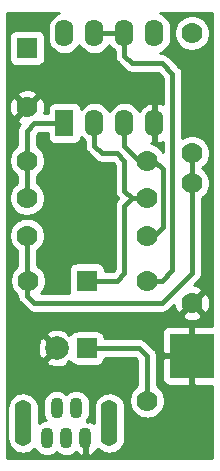
<source format=gbl>
G04 #@! TF.FileFunction,Copper,L2,Bot,Signal*
%FSLAX46Y46*%
G04 Gerber Fmt 4.6, Leading zero omitted, Abs format (unit mm)*
G04 Created by KiCad (PCBNEW 4.0.0-rc1-stable) date mar 10 nov 2015 21:40:48 CET*
%MOMM*%
G01*
G04 APERTURE LIST*
%ADD10C,0.100000*%
%ADD11R,1.778000X1.778000*%
%ADD12C,1.778000*%
%ADD13R,1.699260X1.699260*%
%ADD14C,1.998980*%
%ADD15R,1.574800X2.286000*%
%ADD16O,1.574800X2.286000*%
%ADD17O,1.092200X1.778000*%
%ADD18O,1.397000X3.911600*%
%ADD19R,3.810000X3.810000*%
%ADD20C,0.381000*%
%ADD21C,0.635000*%
%ADD22C,0.254000*%
G04 APERTURE END LIST*
D10*
D11*
X133985000Y-85090000D03*
D12*
X133985000Y-90090000D03*
D11*
X139065000Y-104775000D03*
D12*
X134065000Y-104775000D03*
D13*
X139066340Y-110490000D03*
D14*
X136526340Y-110490000D03*
D15*
X137160000Y-91440000D03*
D16*
X139700000Y-91440000D03*
X142240000Y-91440000D03*
X144780000Y-91440000D03*
X144780000Y-83820000D03*
X142240000Y-83820000D03*
X139700000Y-83820000D03*
X137160000Y-83820000D03*
D12*
X147955000Y-83820000D03*
X147955000Y-93980000D03*
X144145000Y-100965000D03*
X133985000Y-100965000D03*
X133985000Y-94615000D03*
X144145000Y-94615000D03*
X133985000Y-97790000D03*
X144145000Y-97790000D03*
X144145000Y-114935000D03*
X144145000Y-104775000D03*
X147955000Y-96520000D03*
X147955000Y-106680000D03*
D17*
X135686800Y-118135400D03*
X136499600Y-115544600D03*
X137312400Y-118110000D03*
X138125200Y-115544600D03*
X138938000Y-118135400D03*
D18*
X140970000Y-116840000D03*
X133654800Y-116840000D03*
D19*
X147955000Y-111125000D03*
D20*
X144780000Y-94615000D02*
X144145000Y-94615000D01*
X145478501Y-95313501D02*
X144780000Y-94615000D01*
X142240000Y-91440000D02*
X142240000Y-93345000D01*
X142240000Y-93345000D02*
X143510000Y-94615000D01*
X143510000Y-94615000D02*
X144145000Y-94615000D01*
X145478501Y-100266499D02*
X145478501Y-95313501D01*
X144145000Y-100965000D02*
X144780000Y-100965000D01*
X144780000Y-100965000D02*
X145478501Y-100266499D01*
X142240000Y-104140000D02*
X142240000Y-98425000D01*
X142240000Y-98425000D02*
X142875000Y-97790000D01*
X139700000Y-91440000D02*
X139700000Y-93345000D01*
X139700000Y-93345000D02*
X140335000Y-93980000D01*
X141605000Y-93980000D02*
X142240000Y-94615000D01*
X140335000Y-93980000D02*
X141605000Y-93980000D01*
X142240000Y-94615000D02*
X142240000Y-97155000D01*
X142240000Y-97155000D02*
X142875000Y-97790000D01*
X142875000Y-97790000D02*
X144145000Y-97790000D01*
X141605000Y-104775000D02*
X142240000Y-104140000D01*
X139065000Y-104775000D02*
X141605000Y-104775000D01*
X147955000Y-96520000D02*
X147955000Y-104140000D01*
X147955000Y-104140000D02*
X145415000Y-106680000D01*
X145415000Y-106680000D02*
X134620000Y-106680000D01*
X134620000Y-106680000D02*
X133985000Y-106045000D01*
X133985000Y-106045000D02*
X133985000Y-104855000D01*
X133985000Y-104855000D02*
X134065000Y-104775000D01*
X147955000Y-93980000D02*
X147955000Y-96520000D01*
X133985000Y-100965000D02*
X133985000Y-104695000D01*
X133985000Y-104695000D02*
X134065000Y-104775000D01*
D21*
X134065000Y-101045000D02*
X133985000Y-100965000D01*
D20*
X139066340Y-110490000D02*
X143510000Y-110490000D01*
X143510000Y-110490000D02*
X144145000Y-111125000D01*
X144145000Y-111125000D02*
X144145000Y-114935000D01*
X133985000Y-92075000D02*
X134620000Y-91440000D01*
X134620000Y-91440000D02*
X137160000Y-91440000D01*
X133985000Y-94615000D02*
X133985000Y-92075000D01*
X133985000Y-97790000D02*
X133985000Y-94615000D01*
X144145000Y-104775000D02*
X145415000Y-104775000D01*
X146304000Y-103886000D02*
X146304000Y-87249000D01*
X145415000Y-104775000D02*
X146304000Y-103886000D01*
X146304000Y-87249000D02*
X145415000Y-86360000D01*
X145415000Y-86360000D02*
X142875000Y-86360000D01*
X142875000Y-86360000D02*
X142240000Y-85725000D01*
X142240000Y-85725000D02*
X142240000Y-83820000D01*
X139700000Y-83820000D02*
X142240000Y-83820000D01*
D22*
X132270500Y-82105500D02*
X136734089Y-82105500D01*
X145205088Y-82105500D02*
X149669500Y-82105500D01*
X132270500Y-82308700D02*
X136327520Y-82308700D01*
X145614230Y-82308700D02*
X147744018Y-82308700D01*
X148171997Y-82308700D02*
X149669500Y-82308700D01*
X132270500Y-82511900D02*
X136104075Y-82511900D01*
X145836903Y-82511900D02*
X147170627Y-82511900D01*
X148741136Y-82511900D02*
X149669500Y-82511900D01*
X132270500Y-82715100D02*
X135951773Y-82715100D01*
X145989444Y-82715100D02*
X146905003Y-82715100D01*
X149005657Y-82715100D02*
X149669500Y-82715100D01*
X132270500Y-82918300D02*
X135845375Y-82918300D01*
X146096445Y-82918300D02*
X146725309Y-82918300D01*
X149185696Y-82918300D02*
X149669500Y-82918300D01*
X132270500Y-83121500D02*
X135780916Y-83121500D01*
X146157795Y-83121500D02*
X146596227Y-83121500D01*
X149315547Y-83121500D02*
X149669500Y-83121500D01*
X132270500Y-83324700D02*
X135750217Y-83324700D01*
X146189547Y-83324700D02*
X146509136Y-83324700D01*
X149399300Y-83324700D02*
X149669500Y-83324700D01*
X132270500Y-83527900D02*
X135737600Y-83527900D01*
X146202400Y-83527900D02*
X146458975Y-83527900D01*
X149450817Y-83527900D02*
X149669500Y-83527900D01*
X132270500Y-83731100D02*
X132666453Y-83731100D01*
X135296555Y-83731100D02*
X135737600Y-83731100D01*
X146202400Y-83731100D02*
X146432028Y-83731100D01*
X149478219Y-83731100D02*
X149669500Y-83731100D01*
X132270500Y-83934300D02*
X132523281Y-83934300D01*
X135452732Y-83934300D02*
X135737600Y-83934300D01*
X146202400Y-83934300D02*
X146429191Y-83934300D01*
X149475382Y-83934300D02*
X149669500Y-83934300D01*
X132270500Y-84137500D02*
X132466953Y-84137500D01*
X135507009Y-84137500D02*
X135737600Y-84137500D01*
X146202400Y-84137500D02*
X146463750Y-84137500D01*
X149445770Y-84137500D02*
X149669500Y-84137500D01*
X132270500Y-84340700D02*
X132457928Y-84340700D01*
X135512072Y-84340700D02*
X135752944Y-84340700D01*
X146186934Y-84340700D02*
X146521985Y-84340700D01*
X149391466Y-84340700D02*
X149669500Y-84340700D01*
X132270500Y-84543900D02*
X132457928Y-84543900D01*
X135512072Y-84543900D02*
X135789874Y-84543900D01*
X146151026Y-84543900D02*
X146608381Y-84543900D01*
X149300996Y-84543900D02*
X149669500Y-84543900D01*
X132270500Y-84747100D02*
X132457928Y-84747100D01*
X135512072Y-84747100D02*
X135856018Y-84747100D01*
X146085973Y-84747100D02*
X146739334Y-84747100D01*
X149166113Y-84747100D02*
X149669500Y-84747100D01*
X132270500Y-84950300D02*
X132457928Y-84950300D01*
X135512072Y-84950300D02*
X135964062Y-84950300D01*
X138354263Y-84950300D02*
X138504062Y-84950300D01*
X140894263Y-84950300D02*
X141044062Y-84950300D01*
X145974263Y-84950300D02*
X146927817Y-84950300D01*
X148978076Y-84950300D02*
X149669500Y-84950300D01*
X132270500Y-85153500D02*
X132457928Y-85153500D01*
X135512072Y-85153500D02*
X136123813Y-85153500D01*
X138194612Y-85153500D02*
X138663813Y-85153500D01*
X140734612Y-85153500D02*
X141203813Y-85153500D01*
X145814612Y-85153500D02*
X147203199Y-85153500D01*
X148698065Y-85153500D02*
X149669500Y-85153500D01*
X132270500Y-85356700D02*
X132457928Y-85356700D01*
X135512072Y-85356700D02*
X136356473Y-85356700D01*
X137960889Y-85356700D02*
X138896473Y-85356700D01*
X140500889Y-85356700D02*
X141414500Y-85356700D01*
X145580889Y-85356700D02*
X149669500Y-85356700D01*
X132270500Y-85559900D02*
X132457928Y-85559900D01*
X135512072Y-85559900D02*
X136816966Y-85559900D01*
X137499608Y-85559900D02*
X139356966Y-85559900D01*
X140039608Y-85559900D02*
X141414500Y-85559900D01*
X145609836Y-85559900D02*
X149669500Y-85559900D01*
X132270500Y-85763100D02*
X132457928Y-85763100D01*
X135512072Y-85763100D02*
X141418235Y-85763100D01*
X145982668Y-85763100D02*
X149669500Y-85763100D01*
X132270500Y-85966300D02*
X132457928Y-85966300D01*
X135512072Y-85966300D02*
X141454574Y-85966300D01*
X146188734Y-85966300D02*
X149669500Y-85966300D01*
X132270500Y-86169500D02*
X132493670Y-86169500D01*
X135481068Y-86169500D02*
X141545033Y-86169500D01*
X146391934Y-86169500D02*
X149669500Y-86169500D01*
X132270500Y-86372700D02*
X132598883Y-86372700D01*
X135368492Y-86372700D02*
X141720266Y-86372700D01*
X146595134Y-86372700D02*
X149669500Y-86372700D01*
X132270500Y-86575900D02*
X132882941Y-86575900D01*
X135082031Y-86575900D02*
X141923466Y-86575900D01*
X146798334Y-86575900D02*
X149669500Y-86575900D01*
X132270500Y-86779100D02*
X142126666Y-86779100D01*
X146980913Y-86779100D02*
X149669500Y-86779100D01*
X132270500Y-86982300D02*
X142338255Y-86982300D01*
X147082047Y-86982300D02*
X149669500Y-86982300D01*
X132270500Y-87185500D02*
X145073066Y-87185500D01*
X147123274Y-87185500D02*
X149669500Y-87185500D01*
X132270500Y-87388700D02*
X145276266Y-87388700D01*
X147129500Y-87388700D02*
X149669500Y-87388700D01*
X132270500Y-87591900D02*
X145478500Y-87591900D01*
X147129500Y-87591900D02*
X149669500Y-87591900D01*
X132270500Y-87795100D02*
X145478500Y-87795100D01*
X147129500Y-87795100D02*
X149669500Y-87795100D01*
X132270500Y-87998300D02*
X145478500Y-87998300D01*
X147129500Y-87998300D02*
X149669500Y-87998300D01*
X132270500Y-88201500D02*
X145478500Y-88201500D01*
X147129500Y-88201500D02*
X149669500Y-88201500D01*
X132270500Y-88404700D02*
X145478500Y-88404700D01*
X147129500Y-88404700D02*
X149669500Y-88404700D01*
X132270500Y-88607900D02*
X133605642Y-88607900D01*
X134340663Y-88607900D02*
X145478500Y-88607900D01*
X147129500Y-88607900D02*
X149669500Y-88607900D01*
X132270500Y-88811100D02*
X133180838Y-88811100D01*
X134789163Y-88811100D02*
X145478500Y-88811100D01*
X147129500Y-88811100D02*
X149669500Y-88811100D01*
X132270500Y-89014300D02*
X133114710Y-89014300D01*
X134855291Y-89014300D02*
X145478500Y-89014300D01*
X147129500Y-89014300D02*
X149669500Y-89014300D01*
X132270500Y-89217500D02*
X132916091Y-89217500D01*
X132932895Y-89217500D02*
X133292105Y-89217500D01*
X134677895Y-89217500D02*
X135037105Y-89217500D01*
X135053910Y-89217500D02*
X145478500Y-89217500D01*
X147129500Y-89217500D02*
X149669500Y-89217500D01*
X132270500Y-89420700D02*
X132615787Y-89420700D01*
X133136095Y-89420700D02*
X133495305Y-89420700D01*
X134474695Y-89420700D02*
X134833905Y-89420700D01*
X135361089Y-89420700D02*
X145478500Y-89420700D01*
X147129500Y-89420700D02*
X149669500Y-89420700D01*
X132270500Y-89623900D02*
X132531190Y-89623900D01*
X133339295Y-89623900D02*
X133698505Y-89623900D01*
X134271495Y-89623900D02*
X134630705Y-89623900D01*
X135436584Y-89623900D02*
X145478500Y-89623900D01*
X147129500Y-89623900D02*
X149669500Y-89623900D01*
X132270500Y-89827100D02*
X132479139Y-89827100D01*
X133542495Y-89827100D02*
X133901705Y-89827100D01*
X134068295Y-89827100D02*
X134427505Y-89827100D01*
X135486914Y-89827100D02*
X135943053Y-89827100D01*
X138369955Y-89827100D02*
X139033015Y-89827100D01*
X140366907Y-89827100D02*
X141573015Y-89827100D01*
X142906907Y-89827100D02*
X144104906Y-89827100D01*
X144652914Y-89827100D02*
X144907087Y-89827100D01*
X145455095Y-89827100D02*
X145478500Y-89827100D01*
X147129500Y-89827100D02*
X149669500Y-89827100D01*
X132270500Y-90030300D02*
X132461993Y-90030300D01*
X133745695Y-90030300D02*
X134224305Y-90030300D01*
X135514511Y-90030300D02*
X135799881Y-90030300D01*
X138526132Y-90030300D02*
X138741155Y-90030300D01*
X140657043Y-90030300D02*
X141281155Y-90030300D01*
X143197043Y-90030300D02*
X143823273Y-90030300D01*
X144653000Y-90030300D02*
X144907000Y-90030300D01*
X147129500Y-90030300D02*
X149669500Y-90030300D01*
X132270500Y-90233500D02*
X132466024Y-90233500D01*
X133661895Y-90233500D02*
X134049391Y-90233500D01*
X135503442Y-90233500D02*
X135743553Y-90233500D01*
X140839766Y-90233500D02*
X141098823Y-90233500D01*
X143379766Y-90233500D02*
X143638437Y-90233500D01*
X144653000Y-90233500D02*
X144907000Y-90233500D01*
X147129500Y-90233500D02*
X149669500Y-90233500D01*
X132270500Y-90436700D02*
X132495060Y-90436700D01*
X133458695Y-90436700D02*
X133817905Y-90436700D01*
X135469395Y-90436700D02*
X135734528Y-90436700D01*
X140963465Y-90436700D02*
X140975917Y-90436700D01*
X143503465Y-90436700D02*
X143508840Y-90436700D01*
X144653000Y-90436700D02*
X144907000Y-90436700D01*
X147129500Y-90436700D02*
X149669500Y-90436700D01*
X132270500Y-90639900D02*
X132562897Y-90639900D01*
X133255495Y-90639900D02*
X133614705Y-90639900D01*
X144653000Y-90639900D02*
X144907000Y-90639900D01*
X147129500Y-90639900D02*
X149669500Y-90639900D01*
X132270500Y-90843100D02*
X132653703Y-90843100D01*
X133052295Y-90843100D02*
X133411505Y-90843100D01*
X144653000Y-90843100D02*
X144907000Y-90843100D01*
X147129500Y-90843100D02*
X149669500Y-90843100D01*
X132270500Y-91046300D02*
X133208305Y-91046300D01*
X144653000Y-91046300D02*
X144907000Y-91046300D01*
X147129500Y-91046300D02*
X149669500Y-91046300D01*
X132270500Y-91249500D02*
X133141980Y-91249500D01*
X144653000Y-91249500D02*
X144907000Y-91249500D01*
X147129500Y-91249500D02*
X149669500Y-91249500D01*
X132270500Y-91452700D02*
X133302115Y-91452700D01*
X144633000Y-91452700D02*
X144927000Y-91452700D01*
X147129500Y-91452700D02*
X149669500Y-91452700D01*
X132270500Y-91655900D02*
X133277510Y-91655900D01*
X144653000Y-91655900D02*
X144907000Y-91655900D01*
X147129500Y-91655900D02*
X149669500Y-91655900D01*
X132270500Y-91859100D02*
X133191583Y-91859100D01*
X144653000Y-91859100D02*
X144907000Y-91859100D01*
X147129500Y-91859100D02*
X149669500Y-91859100D01*
X132270500Y-92062300D02*
X133159712Y-92062300D01*
X144653000Y-92062300D02*
X144907000Y-92062300D01*
X147129500Y-92062300D02*
X149669500Y-92062300D01*
X132270500Y-92265500D02*
X133159500Y-92265500D01*
X134961933Y-92265500D02*
X135734528Y-92265500D01*
X144653000Y-92265500D02*
X144907000Y-92265500D01*
X147129500Y-92265500D02*
X149669500Y-92265500D01*
X132270500Y-92468700D02*
X133159500Y-92468700D01*
X134810500Y-92468700D02*
X135734528Y-92468700D01*
X144653000Y-92468700D02*
X144907000Y-92468700D01*
X147129500Y-92468700D02*
X147744018Y-92468700D01*
X148171997Y-92468700D02*
X149669500Y-92468700D01*
X132270500Y-92671900D02*
X133159500Y-92671900D01*
X134810500Y-92671900D02*
X135741617Y-92671900D01*
X138572838Y-92671900D02*
X138580949Y-92671900D01*
X144653000Y-92671900D02*
X144907000Y-92671900D01*
X147129500Y-92671900D02*
X147170627Y-92671900D01*
X148741136Y-92671900D02*
X149669500Y-92671900D01*
X132270500Y-92875100D02*
X133159500Y-92875100D01*
X134810500Y-92875100D02*
X135808533Y-92875100D01*
X138508670Y-92875100D02*
X138773660Y-92875100D01*
X144653000Y-92875100D02*
X144907000Y-92875100D01*
X149005657Y-92875100D02*
X149669500Y-92875100D01*
X132270500Y-93078300D02*
X133159500Y-93078300D01*
X134810500Y-93078300D02*
X135979847Y-93078300D01*
X138343857Y-93078300D02*
X138874500Y-93078300D01*
X144607157Y-93078300D02*
X144952842Y-93078300D01*
X145395321Y-93078300D02*
X145478500Y-93078300D01*
X149185696Y-93078300D02*
X149669500Y-93078300D01*
X132270500Y-93281500D02*
X133159500Y-93281500D01*
X134810500Y-93281500D02*
X138874500Y-93281500D01*
X144893479Y-93281500D02*
X145478500Y-93281500D01*
X149315547Y-93281500D02*
X149669500Y-93281500D01*
X132270500Y-93484700D02*
X132960941Y-93484700D01*
X135010434Y-93484700D02*
X138887523Y-93484700D01*
X145170434Y-93484700D02*
X145478500Y-93484700D01*
X149399300Y-93484700D02*
X149669500Y-93484700D01*
X132270500Y-93687900D02*
X132772701Y-93687900D01*
X135198820Y-93687900D02*
X138951848Y-93687900D01*
X145358820Y-93687900D02*
X145478500Y-93687900D01*
X149450817Y-93687900D02*
X149669500Y-93687900D01*
X132270500Y-93891100D02*
X132637114Y-93891100D01*
X135333826Y-93891100D02*
X139084712Y-93891100D01*
X149478219Y-93891100D02*
X149669500Y-93891100D01*
X132270500Y-94094300D02*
X132550022Y-94094300D01*
X135418831Y-94094300D02*
X139281866Y-94094300D01*
X149475382Y-94094300D02*
X149669500Y-94094300D01*
X132270500Y-94297500D02*
X132494374Y-94297500D01*
X135475788Y-94297500D02*
X139485066Y-94297500D01*
X149445770Y-94297500D02*
X149669500Y-94297500D01*
X132270500Y-94500700D02*
X132462383Y-94500700D01*
X135508574Y-94500700D02*
X139688266Y-94500700D01*
X149391466Y-94500700D02*
X149669500Y-94500700D01*
X132270500Y-94703900D02*
X132459545Y-94703900D01*
X135505737Y-94703900D02*
X139946416Y-94703900D01*
X149300996Y-94703900D02*
X149669500Y-94703900D01*
X132270500Y-94907100D02*
X132489088Y-94907100D01*
X135481541Y-94907100D02*
X141364666Y-94907100D01*
X149166113Y-94907100D02*
X149669500Y-94907100D01*
X132270500Y-95110300D02*
X132541929Y-95110300D01*
X135432775Y-95110300D02*
X141414500Y-95110300D01*
X148978076Y-95110300D02*
X149669500Y-95110300D01*
X132270500Y-95313500D02*
X132622381Y-95313500D01*
X135342305Y-95313500D02*
X141414500Y-95313500D01*
X148891764Y-95313500D02*
X149669500Y-95313500D01*
X132270500Y-95516700D02*
X132752965Y-95516700D01*
X135214031Y-95516700D02*
X141414500Y-95516700D01*
X149106550Y-95516700D02*
X149669500Y-95516700D01*
X132270500Y-95719900D02*
X132933289Y-95719900D01*
X135034749Y-95719900D02*
X141414500Y-95719900D01*
X149253199Y-95719900D02*
X149669500Y-95719900D01*
X132270500Y-95923100D02*
X133159500Y-95923100D01*
X134810500Y-95923100D02*
X141414500Y-95923100D01*
X149357423Y-95923100D02*
X149669500Y-95923100D01*
X132270500Y-96126300D02*
X133159500Y-96126300D01*
X134810500Y-96126300D02*
X141414500Y-96126300D01*
X149430700Y-96126300D02*
X149669500Y-96126300D01*
X132270500Y-96329500D02*
X133159500Y-96329500D01*
X134810500Y-96329500D02*
X141414500Y-96329500D01*
X149470935Y-96329500D02*
X149669500Y-96329500D01*
X132270500Y-96532700D02*
X133122996Y-96532700D01*
X134846451Y-96532700D02*
X141414500Y-96532700D01*
X149476801Y-96532700D02*
X149669500Y-96532700D01*
X132270500Y-96735900D02*
X132883128Y-96735900D01*
X135086104Y-96735900D02*
X141414500Y-96735900D01*
X149468853Y-96735900D02*
X149669500Y-96735900D01*
X132270500Y-96939100D02*
X132720526Y-96939100D01*
X135249447Y-96939100D02*
X141414500Y-96939100D01*
X149422687Y-96939100D02*
X149669500Y-96939100D01*
X132270500Y-97142300D02*
X132604454Y-97142300D01*
X135366485Y-97142300D02*
X141414500Y-97142300D01*
X149346231Y-97142300D02*
X149669500Y-97142300D01*
X132270500Y-97345500D02*
X132521368Y-97345500D01*
X135450238Y-97345500D02*
X141439327Y-97345500D01*
X149237784Y-97345500D02*
X149669500Y-97345500D01*
X132270500Y-97548700D02*
X132478177Y-97548700D01*
X135490876Y-97548700D02*
X141518701Y-97548700D01*
X149084767Y-97548700D02*
X149669500Y-97548700D01*
X132270500Y-97751900D02*
X132461319Y-97751900D01*
X135507510Y-97751900D02*
X141669466Y-97751900D01*
X148858160Y-97751900D02*
X149669500Y-97751900D01*
X132270500Y-97955100D02*
X132465780Y-97955100D01*
X135504673Y-97955100D02*
X141561823Y-97955100D01*
X148780500Y-97955100D02*
X149669500Y-97955100D01*
X132270500Y-98158300D02*
X132503074Y-98158300D01*
X135464228Y-98158300D02*
X141462440Y-98158300D01*
X148780500Y-98158300D02*
X149669500Y-98158300D01*
X132270500Y-98361500D02*
X132572099Y-98361500D01*
X135398849Y-98361500D02*
X141420411Y-98361500D01*
X148780500Y-98361500D02*
X149669500Y-98361500D01*
X132270500Y-98564700D02*
X132671119Y-98564700D01*
X135303619Y-98564700D02*
X141414500Y-98564700D01*
X148780500Y-98564700D02*
X149669500Y-98564700D01*
X132270500Y-98767900D02*
X132810646Y-98767900D01*
X135160277Y-98767900D02*
X141414500Y-98767900D01*
X148780500Y-98767900D02*
X149669500Y-98767900D01*
X132270500Y-98971100D02*
X133013924Y-98971100D01*
X134954731Y-98971100D02*
X141414500Y-98971100D01*
X148780500Y-98971100D02*
X149669500Y-98971100D01*
X132270500Y-99174300D02*
X133346695Y-99174300D01*
X134630558Y-99174300D02*
X141414500Y-99174300D01*
X148780500Y-99174300D02*
X149669500Y-99174300D01*
X132270500Y-99377500D02*
X141414500Y-99377500D01*
X148780500Y-99377500D02*
X149669500Y-99377500D01*
X132270500Y-99580700D02*
X133342821Y-99580700D01*
X134624795Y-99580700D02*
X141414500Y-99580700D01*
X148780500Y-99580700D02*
X149669500Y-99580700D01*
X132270500Y-99783900D02*
X133012816Y-99783900D01*
X134959422Y-99783900D02*
X141414500Y-99783900D01*
X148780500Y-99783900D02*
X149669500Y-99783900D01*
X132270500Y-99987100D02*
X132807484Y-99987100D01*
X135161773Y-99987100D02*
X141414500Y-99987100D01*
X148780500Y-99987100D02*
X149669500Y-99987100D01*
X132270500Y-100190300D02*
X132668351Y-100190300D01*
X135300075Y-100190300D02*
X141414500Y-100190300D01*
X148780500Y-100190300D02*
X149669500Y-100190300D01*
X132270500Y-100393500D02*
X132571795Y-100393500D01*
X135397892Y-100393500D02*
X141414500Y-100393500D01*
X148780500Y-100393500D02*
X149669500Y-100393500D01*
X132270500Y-100596700D02*
X132505172Y-100596700D01*
X135465729Y-100596700D02*
X141414500Y-100596700D01*
X148780500Y-100596700D02*
X149669500Y-100596700D01*
X132270500Y-100799900D02*
X132463092Y-100799900D01*
X135505964Y-100799900D02*
X141414500Y-100799900D01*
X148780500Y-100799900D02*
X149669500Y-100799900D01*
X132270500Y-101003100D02*
X132460255Y-101003100D01*
X135506446Y-101003100D02*
X141414500Y-101003100D01*
X148780500Y-101003100D02*
X149669500Y-101003100D01*
X132270500Y-101206300D02*
X132479765Y-101206300D01*
X135493082Y-101206300D02*
X141414500Y-101206300D01*
X148780500Y-101206300D02*
X149669500Y-101206300D01*
X132270500Y-101409500D02*
X132521816Y-101409500D01*
X135446916Y-101409500D02*
X141414500Y-101409500D01*
X148780500Y-101409500D02*
X149669500Y-101409500D01*
X132270500Y-101612700D02*
X132602268Y-101612700D01*
X135364922Y-101612700D02*
X141414500Y-101612700D01*
X148780500Y-101612700D02*
X149669500Y-101612700D01*
X132270500Y-101815900D02*
X132720226Y-101815900D01*
X135249866Y-101815900D02*
X141414500Y-101815900D01*
X148780500Y-101815900D02*
X149669500Y-101815900D01*
X132270500Y-102019100D02*
X132884231Y-102019100D01*
X135088094Y-102019100D02*
X141414500Y-102019100D01*
X148780500Y-102019100D02*
X149669500Y-102019100D01*
X132270500Y-102222300D02*
X133123561Y-102222300D01*
X134848136Y-102222300D02*
X141414500Y-102222300D01*
X148780500Y-102222300D02*
X149669500Y-102222300D01*
X132270500Y-102425500D02*
X133159500Y-102425500D01*
X134810500Y-102425500D02*
X141414500Y-102425500D01*
X148780500Y-102425500D02*
X149669500Y-102425500D01*
X132270500Y-102628700D02*
X133159500Y-102628700D01*
X134810500Y-102628700D02*
X141414500Y-102628700D01*
X148780500Y-102628700D02*
X149669500Y-102628700D01*
X132270500Y-102831900D02*
X133159500Y-102831900D01*
X134810500Y-102831900D02*
X141414500Y-102831900D01*
X148780500Y-102831900D02*
X149669500Y-102831900D01*
X132270500Y-103035100D02*
X133159500Y-103035100D01*
X134810500Y-103035100D02*
X141414500Y-103035100D01*
X148780500Y-103035100D02*
X149669500Y-103035100D01*
X132270500Y-103238300D02*
X133159500Y-103238300D01*
X134810500Y-103238300D02*
X141414500Y-103238300D01*
X148780500Y-103238300D02*
X149669500Y-103238300D01*
X132270500Y-103441500D02*
X133159500Y-103441500D01*
X134813479Y-103441500D02*
X137724804Y-103441500D01*
X140406357Y-103441500D02*
X141414500Y-103441500D01*
X148780500Y-103441500D02*
X149669500Y-103441500D01*
X132270500Y-103644700D02*
X133040941Y-103644700D01*
X135090434Y-103644700D02*
X137591831Y-103644700D01*
X140540598Y-103644700D02*
X141414500Y-103644700D01*
X148780500Y-103644700D02*
X149669500Y-103644700D01*
X132270500Y-103847900D02*
X132852701Y-103847900D01*
X135278820Y-103847900D02*
X137543343Y-103847900D01*
X140589034Y-103847900D02*
X141364667Y-103847900D01*
X148780500Y-103847900D02*
X149669500Y-103847900D01*
X132270500Y-104051100D02*
X132717114Y-104051100D01*
X135413826Y-104051100D02*
X137537928Y-104051100D01*
X148780500Y-104051100D02*
X149669500Y-104051100D01*
X132270500Y-104254300D02*
X132630022Y-104254300D01*
X135498831Y-104254300D02*
X137537928Y-104254300D01*
X148769176Y-104254300D02*
X149669500Y-104254300D01*
X132270500Y-104457500D02*
X132574374Y-104457500D01*
X135555788Y-104457500D02*
X137537928Y-104457500D01*
X148716968Y-104457500D02*
X149669500Y-104457500D01*
X132270500Y-104660700D02*
X132542383Y-104660700D01*
X135588574Y-104660700D02*
X137537928Y-104660700D01*
X148590551Y-104660700D02*
X149669500Y-104660700D01*
X132270500Y-104863900D02*
X132539545Y-104863900D01*
X135585737Y-104863900D02*
X137537928Y-104863900D01*
X148398533Y-104863900D02*
X149669500Y-104863900D01*
X132270500Y-105067100D02*
X132569088Y-105067100D01*
X135561541Y-105067100D02*
X137537928Y-105067100D01*
X148195333Y-105067100D02*
X149669500Y-105067100D01*
X132270500Y-105270300D02*
X132621929Y-105270300D01*
X135512775Y-105270300D02*
X137537928Y-105270300D01*
X148539867Y-105270300D02*
X149669500Y-105270300D01*
X132270500Y-105473500D02*
X132702381Y-105473500D01*
X135422305Y-105473500D02*
X137537928Y-105473500D01*
X148782724Y-105473500D02*
X149669500Y-105473500D01*
X132270500Y-105676700D02*
X132832965Y-105676700D01*
X135294031Y-105676700D02*
X137538940Y-105676700D01*
X148778695Y-105676700D02*
X149669500Y-105676700D01*
X132270500Y-105879900D02*
X133013289Y-105879900D01*
X148575495Y-105879900D02*
X148934705Y-105879900D01*
X149246384Y-105879900D02*
X149669500Y-105879900D01*
X132270500Y-106083100D02*
X133163235Y-106083100D01*
X148372295Y-106083100D02*
X148731505Y-106083100D01*
X149360568Y-106083100D02*
X149669500Y-106083100D01*
X132270500Y-106286300D02*
X133199574Y-106286300D01*
X148169095Y-106286300D02*
X148528305Y-106286300D01*
X149432055Y-106286300D02*
X149669500Y-106286300D01*
X132270500Y-106489500D02*
X133290033Y-106489500D01*
X147937611Y-106489500D02*
X147944105Y-106489500D01*
X147965895Y-106489500D02*
X148325105Y-106489500D01*
X149467260Y-106489500D02*
X149669500Y-106489500D01*
X132270500Y-106692700D02*
X133465266Y-106692700D01*
X147762695Y-106692700D02*
X148147305Y-106692700D01*
X149480567Y-106692700D02*
X149669500Y-106692700D01*
X132270500Y-106895900D02*
X133668466Y-106895900D01*
X146366534Y-106895900D02*
X146446370Y-106895900D01*
X147559495Y-106895900D02*
X147918705Y-106895900D01*
X147991295Y-106895900D02*
X148350505Y-106895900D01*
X149469498Y-106895900D02*
X149669500Y-106895900D01*
X132270500Y-107099100D02*
X133871666Y-107099100D01*
X146163334Y-107099100D02*
X146486881Y-107099100D01*
X147356295Y-107099100D02*
X147715505Y-107099100D01*
X148194495Y-107099100D02*
X148553705Y-107099100D01*
X149420849Y-107099100D02*
X149669500Y-107099100D01*
X132270500Y-107302300D02*
X134083255Y-107302300D01*
X145952316Y-107302300D02*
X146558368Y-107302300D01*
X147153095Y-107302300D02*
X147512305Y-107302300D01*
X148397695Y-107302300D02*
X148756905Y-107302300D01*
X149346750Y-107302300D02*
X149669500Y-107302300D01*
X132270500Y-107505500D02*
X146741666Y-107505500D01*
X146949895Y-107505500D02*
X147309105Y-107505500D01*
X148600895Y-107505500D02*
X148960105Y-107505500D01*
X149168333Y-107505500D02*
X149669500Y-107505500D01*
X132270500Y-107708700D02*
X147105905Y-107708700D01*
X148804095Y-107708700D02*
X149669500Y-107708700D01*
X132270500Y-107911900D02*
X147135542Y-107911900D01*
X148774457Y-107911900D02*
X149669500Y-107911900D01*
X132270500Y-108115100D02*
X147423105Y-108115100D01*
X148467955Y-108115100D02*
X149669500Y-108115100D01*
X132270500Y-108318300D02*
X149669500Y-108318300D01*
X132270500Y-108521500D02*
X149669500Y-108521500D01*
X132270500Y-108724700D02*
X145648299Y-108724700D01*
X147808950Y-108724700D02*
X148101050Y-108724700D01*
X132270500Y-108927900D02*
X136042417Y-108927900D01*
X137013161Y-108927900D02*
X145483673Y-108927900D01*
X147828000Y-108927900D02*
X148082000Y-108927900D01*
X132270500Y-109131100D02*
X135651937Y-109131100D01*
X137400744Y-109131100D02*
X137841454Y-109131100D01*
X140292332Y-109131100D02*
X145420243Y-109131100D01*
X147828000Y-109131100D02*
X148082000Y-109131100D01*
X132270500Y-109334300D02*
X135578371Y-109334300D01*
X137474309Y-109334300D02*
X137502432Y-109334300D01*
X140470832Y-109334300D02*
X145415000Y-109334300D01*
X147828000Y-109334300D02*
X148082000Y-109334300D01*
X132270500Y-109537500D02*
X135383156Y-109537500D01*
X135394235Y-109537500D02*
X135753445Y-109537500D01*
X140545437Y-109537500D02*
X145415000Y-109537500D01*
X147828000Y-109537500D02*
X148082000Y-109537500D01*
X132270500Y-109740700D02*
X135073218Y-109740700D01*
X135597435Y-109740700D02*
X135956645Y-109740700D01*
X143852382Y-109740700D02*
X145415000Y-109740700D01*
X147828000Y-109740700D02*
X148082000Y-109740700D01*
X132270500Y-109943900D02*
X134979781Y-109943900D01*
X135800635Y-109943900D02*
X136159845Y-109943900D01*
X144131334Y-109943900D02*
X145415000Y-109943900D01*
X147828000Y-109943900D02*
X148082000Y-109943900D01*
X132270500Y-110147100D02*
X134926511Y-110147100D01*
X136003835Y-110147100D02*
X136363045Y-110147100D01*
X144334534Y-110147100D02*
X145415000Y-110147100D01*
X147828000Y-110147100D02*
X148082000Y-110147100D01*
X132270500Y-110350300D02*
X134897298Y-110350300D01*
X136207035Y-110350300D02*
X136594530Y-110350300D01*
X144537734Y-110350300D02*
X145415000Y-110350300D01*
X147828000Y-110350300D02*
X148082000Y-110350300D01*
X132270500Y-110553500D02*
X134885256Y-110553500D01*
X136283235Y-110553500D02*
X136670731Y-110553500D01*
X144740012Y-110553500D02*
X145415000Y-110553500D01*
X147828000Y-110553500D02*
X148082000Y-110553500D01*
X132270500Y-110756700D02*
X134913127Y-110756700D01*
X136080035Y-110756700D02*
X136439245Y-110756700D01*
X144879647Y-110756700D02*
X145415000Y-110756700D01*
X147828000Y-110756700D02*
X148082000Y-110756700D01*
X132270500Y-110959900D02*
X134959395Y-110959900D01*
X135876835Y-110959900D02*
X136236045Y-110959900D01*
X144953341Y-110959900D02*
X145535650Y-110959900D01*
X147828000Y-110959900D02*
X148082000Y-110959900D01*
X132270500Y-111163100D02*
X135029599Y-111163100D01*
X135673635Y-111163100D02*
X136032845Y-111163100D01*
X144970500Y-111163100D02*
X148102000Y-111163100D01*
X132270500Y-111366300D02*
X135172677Y-111366300D01*
X135470435Y-111366300D02*
X135829645Y-111366300D01*
X140550251Y-111366300D02*
X143218866Y-111366300D01*
X144970500Y-111366300D02*
X145459450Y-111366300D01*
X147828000Y-111366300D02*
X148082000Y-111366300D01*
X132270500Y-111569500D02*
X135626445Y-111569500D01*
X140505291Y-111569500D02*
X143319500Y-111569500D01*
X144970500Y-111569500D02*
X145415000Y-111569500D01*
X147828000Y-111569500D02*
X148082000Y-111569500D01*
X132270500Y-111772700D02*
X135624349Y-111772700D01*
X137428330Y-111772700D02*
X137750942Y-111772700D01*
X140376907Y-111772700D02*
X143319500Y-111772700D01*
X144970500Y-111772700D02*
X145415000Y-111772700D01*
X147828000Y-111772700D02*
X148082000Y-111772700D01*
X132270500Y-111975900D02*
X135844421Y-111975900D01*
X137224250Y-111975900D02*
X138204029Y-111975900D01*
X139938566Y-111975900D02*
X143319500Y-111975900D01*
X144970500Y-111975900D02*
X145415000Y-111975900D01*
X147828000Y-111975900D02*
X148082000Y-111975900D01*
X132270500Y-112179100D02*
X143319500Y-112179100D01*
X144970500Y-112179100D02*
X145415000Y-112179100D01*
X147828000Y-112179100D02*
X148082000Y-112179100D01*
X132270500Y-112382300D02*
X143319500Y-112382300D01*
X144970500Y-112382300D02*
X145415000Y-112382300D01*
X147828000Y-112382300D02*
X148082000Y-112382300D01*
X132270500Y-112585500D02*
X143319500Y-112585500D01*
X144970500Y-112585500D02*
X145415000Y-112585500D01*
X147828000Y-112585500D02*
X148082000Y-112585500D01*
X132270500Y-112788700D02*
X143319500Y-112788700D01*
X144970500Y-112788700D02*
X145415000Y-112788700D01*
X147828000Y-112788700D02*
X148082000Y-112788700D01*
X132270500Y-112991900D02*
X143319500Y-112991900D01*
X144970500Y-112991900D02*
X145415000Y-112991900D01*
X147828000Y-112991900D02*
X148082000Y-112991900D01*
X132270500Y-113195100D02*
X143319500Y-113195100D01*
X144970500Y-113195100D02*
X145435400Y-113195100D01*
X147828000Y-113195100D02*
X148082000Y-113195100D01*
X132270500Y-113398300D02*
X143319500Y-113398300D01*
X144970500Y-113398300D02*
X145532381Y-113398300D01*
X147828000Y-113398300D02*
X148082000Y-113398300D01*
X132270500Y-113601500D02*
X143319500Y-113601500D01*
X144970500Y-113601500D02*
X145770387Y-113601500D01*
X147732750Y-113601500D02*
X148177250Y-113601500D01*
X132270500Y-113804700D02*
X143120941Y-113804700D01*
X145170434Y-113804700D02*
X149669500Y-113804700D01*
X132270500Y-114007900D02*
X142932701Y-114007900D01*
X145358820Y-114007900D02*
X149669500Y-114007900D01*
X132270500Y-114211100D02*
X135846560Y-114211100D01*
X137152573Y-114211100D02*
X137472160Y-114211100D01*
X138778173Y-114211100D02*
X142797114Y-114211100D01*
X145493826Y-114211100D02*
X149669500Y-114211100D01*
X132270500Y-114414300D02*
X133001212Y-114414300D01*
X134307379Y-114414300D02*
X135619662Y-114414300D01*
X139005862Y-114414300D02*
X140316412Y-114414300D01*
X141622579Y-114414300D02*
X142710022Y-114414300D01*
X145578831Y-114414300D02*
X149669500Y-114414300D01*
X132270500Y-114617500D02*
X132721728Y-114617500D01*
X134585258Y-114617500D02*
X135475329Y-114617500D01*
X139149791Y-114617500D02*
X140036928Y-114617500D01*
X141900458Y-114617500D02*
X142654374Y-114617500D01*
X145635788Y-114617500D02*
X149669500Y-114617500D01*
X132270500Y-114820700D02*
X132552357Y-114820700D01*
X134756108Y-114820700D02*
X135384934Y-114820700D01*
X139240265Y-114820700D02*
X139867557Y-114820700D01*
X142071308Y-114820700D02*
X142622383Y-114820700D01*
X145668574Y-114820700D02*
X149669500Y-114820700D01*
X132270500Y-115023900D02*
X132440646Y-115023900D01*
X134867421Y-115023900D02*
X135335882Y-115023900D01*
X139289590Y-115023900D02*
X139755846Y-115023900D01*
X142182621Y-115023900D02*
X142619545Y-115023900D01*
X145665737Y-115023900D02*
X149669500Y-115023900D01*
X132270500Y-115227100D02*
X132371318Y-115227100D01*
X134937527Y-115227100D02*
X135318500Y-115227100D01*
X139306300Y-115227100D02*
X139686518Y-115227100D01*
X142252727Y-115227100D02*
X142649088Y-115227100D01*
X145641541Y-115227100D02*
X149669500Y-115227100D01*
X132270500Y-115430300D02*
X132335030Y-115430300D01*
X134974587Y-115430300D02*
X135318500Y-115430300D01*
X139306300Y-115430300D02*
X139650230Y-115430300D01*
X142289787Y-115430300D02*
X142701929Y-115430300D01*
X145592775Y-115430300D02*
X149669500Y-115430300D01*
X132270500Y-115633500D02*
X132321300Y-115633500D01*
X134988300Y-115633500D02*
X135318500Y-115633500D01*
X139306300Y-115633500D02*
X139636500Y-115633500D01*
X142303500Y-115633500D02*
X142782381Y-115633500D01*
X145502305Y-115633500D02*
X149669500Y-115633500D01*
X132270500Y-115836700D02*
X132321300Y-115836700D01*
X134988300Y-115836700D02*
X135318500Y-115836700D01*
X139306300Y-115836700D02*
X139636500Y-115836700D01*
X142303500Y-115836700D02*
X142912965Y-115836700D01*
X145374031Y-115836700D02*
X149669500Y-115836700D01*
X132270500Y-116039900D02*
X132321300Y-116039900D01*
X134988300Y-116039900D02*
X135332720Y-116039900D01*
X139291767Y-116039900D02*
X139636500Y-116039900D01*
X142303500Y-116039900D02*
X143093289Y-116039900D01*
X145194749Y-116039900D02*
X149669500Y-116039900D01*
X132270500Y-116243100D02*
X132321300Y-116243100D01*
X134988300Y-116243100D02*
X135376866Y-116243100D01*
X139247923Y-116243100D02*
X139636500Y-116243100D01*
X142303500Y-116243100D02*
X143356653Y-116243100D01*
X144928088Y-116243100D02*
X149669500Y-116243100D01*
X132270500Y-116446300D02*
X132321300Y-116446300D01*
X134988300Y-116446300D02*
X135461504Y-116446300D01*
X139163434Y-116446300D02*
X139636500Y-116446300D01*
X142303500Y-116446300D02*
X143921371Y-116446300D01*
X144350735Y-116446300D02*
X149669500Y-116446300D01*
X132270500Y-116649500D02*
X132321300Y-116649500D01*
X134988300Y-116649500D02*
X135382060Y-116649500D01*
X139065002Y-116649500D02*
X139636500Y-116649500D01*
X142303500Y-116649500D02*
X149669500Y-116649500D01*
X132270500Y-116852700D02*
X132321300Y-116852700D01*
X142303500Y-116852700D02*
X149669500Y-116852700D01*
X132270500Y-117055900D02*
X132321300Y-117055900D01*
X142303500Y-117055900D02*
X149669500Y-117055900D01*
X132270500Y-117259100D02*
X132321300Y-117259100D01*
X142303500Y-117259100D02*
X149669500Y-117259100D01*
X132270500Y-117462300D02*
X132321300Y-117462300D01*
X142303500Y-117462300D02*
X149669500Y-117462300D01*
X132270500Y-117665500D02*
X132321300Y-117665500D01*
X142303500Y-117665500D02*
X149669500Y-117665500D01*
X132270500Y-117868700D02*
X132321300Y-117868700D01*
X142303500Y-117868700D02*
X149669500Y-117868700D01*
X132270500Y-118071900D02*
X132321300Y-118071900D01*
X138791000Y-118071900D02*
X139085000Y-118071900D01*
X142303500Y-118071900D02*
X149669500Y-118071900D01*
X132270500Y-118275100D02*
X132337504Y-118275100D01*
X138811000Y-118275100D02*
X139065000Y-118275100D01*
X142286921Y-118275100D02*
X149669500Y-118275100D01*
X132270500Y-118478300D02*
X132379741Y-118478300D01*
X138811000Y-118478300D02*
X139065000Y-118478300D01*
X142245425Y-118478300D02*
X149669500Y-118478300D01*
X132270500Y-118681500D02*
X132455685Y-118681500D01*
X138811000Y-118681500D02*
X139065000Y-118681500D01*
X142170190Y-118681500D02*
X149669500Y-118681500D01*
X132270500Y-118884700D02*
X132574207Y-118884700D01*
X138811000Y-118884700D02*
X139065000Y-118884700D01*
X142052264Y-118884700D02*
X149669500Y-118884700D01*
X132270500Y-119087900D02*
X132755045Y-119087900D01*
X134556315Y-119087900D02*
X134675715Y-119087900D01*
X138811000Y-119087900D02*
X139065000Y-119087900D01*
X139953154Y-119087900D02*
X140070245Y-119087900D01*
X141871515Y-119087900D02*
X149669500Y-119087900D01*
X132270500Y-119291100D02*
X133049197Y-119291100D01*
X134259803Y-119291100D02*
X134826854Y-119291100D01*
X138811000Y-119291100D02*
X139065000Y-119291100D01*
X139797550Y-119291100D02*
X140364397Y-119291100D01*
X141575003Y-119291100D02*
X149669500Y-119291100D01*
X132270500Y-119494300D02*
X135080803Y-119494300D01*
X136294650Y-119494300D02*
X136753379Y-119494300D01*
X137871665Y-119494300D02*
X138331553Y-119494300D01*
X138808722Y-119494300D02*
X139067277Y-119494300D01*
X139544446Y-119494300D02*
X149669500Y-119494300D01*
X132270500Y-119697500D02*
X149669500Y-119697500D01*
X136627160Y-82136971D02*
X136381146Y-82265583D01*
X136164799Y-82439531D01*
X135986359Y-82652188D01*
X135852622Y-82895454D01*
X135768683Y-83160063D01*
X135737739Y-83435937D01*
X135737600Y-83455797D01*
X135737600Y-84184203D01*
X135764689Y-84460482D01*
X135844926Y-84726238D01*
X135975253Y-84971347D01*
X136150707Y-85186475D01*
X136364604Y-85363426D01*
X136608798Y-85495461D01*
X136873987Y-85577551D01*
X137150070Y-85606568D01*
X137426531Y-85581408D01*
X137692840Y-85503029D01*
X137938854Y-85374417D01*
X138155201Y-85200469D01*
X138333641Y-84987812D01*
X138430413Y-84811786D01*
X138515253Y-84971347D01*
X138690707Y-85186475D01*
X138904604Y-85363426D01*
X139148798Y-85495461D01*
X139413987Y-85577551D01*
X139690070Y-85606568D01*
X139966531Y-85581408D01*
X140232840Y-85503029D01*
X140478854Y-85374417D01*
X140695201Y-85200469D01*
X140873641Y-84987812D01*
X140970413Y-84811786D01*
X141055253Y-84971347D01*
X141230707Y-85186475D01*
X141414500Y-85338522D01*
X141414500Y-85725000D01*
X141421938Y-85800858D01*
X141428587Y-85876852D01*
X141429799Y-85881023D01*
X141430222Y-85885340D01*
X141452260Y-85958334D01*
X141473535Y-86031564D01*
X141475532Y-86035416D01*
X141476787Y-86039574D01*
X141512577Y-86106884D01*
X141547677Y-86174600D01*
X141550388Y-86177996D01*
X141552424Y-86181825D01*
X141600597Y-86240892D01*
X141648190Y-86300510D01*
X141654147Y-86306551D01*
X141654249Y-86306676D01*
X141654365Y-86306772D01*
X141656283Y-86308717D01*
X142291284Y-86943717D01*
X142350201Y-86992112D01*
X142408620Y-87041131D01*
X142412425Y-87043223D01*
X142415778Y-87045977D01*
X142482993Y-87082018D01*
X142549801Y-87118746D01*
X142553935Y-87120057D01*
X142557765Y-87122111D01*
X142630714Y-87144413D01*
X142703369Y-87167461D01*
X142707684Y-87167945D01*
X142711835Y-87169214D01*
X142787711Y-87176922D01*
X142863474Y-87185420D01*
X142871950Y-87185479D01*
X142872119Y-87185496D01*
X142872277Y-87185481D01*
X142875000Y-87185500D01*
X145073066Y-87185500D01*
X145478500Y-87590934D01*
X145478500Y-89840600D01*
X145464646Y-89831159D01*
X145206996Y-89721672D01*
X145127060Y-89704990D01*
X144907000Y-89827148D01*
X144907000Y-91313000D01*
X144927000Y-91313000D01*
X144927000Y-91567000D01*
X144907000Y-91567000D01*
X144907000Y-93052852D01*
X145127060Y-93175010D01*
X145206996Y-93158328D01*
X145464646Y-93048841D01*
X145478500Y-93039400D01*
X145478500Y-93868033D01*
X145331730Y-93647127D01*
X145121135Y-93435056D01*
X144873359Y-93267929D01*
X144597840Y-93152112D01*
X144507570Y-93133582D01*
X144653000Y-93052852D01*
X144653000Y-91567000D01*
X144633000Y-91567000D01*
X144633000Y-91313000D01*
X144653000Y-91313000D01*
X144653000Y-89827148D01*
X144432940Y-89704990D01*
X144353004Y-89721672D01*
X144095354Y-89831159D01*
X143864014Y-89988808D01*
X143667875Y-90188560D01*
X143514474Y-90422738D01*
X143506520Y-90442446D01*
X143424747Y-90288653D01*
X143249293Y-90073525D01*
X143035396Y-89896574D01*
X142791202Y-89764539D01*
X142526013Y-89682449D01*
X142249930Y-89653432D01*
X141973469Y-89678592D01*
X141707160Y-89756971D01*
X141461146Y-89885583D01*
X141244799Y-90059531D01*
X141066359Y-90272188D01*
X140969587Y-90448214D01*
X140884747Y-90288653D01*
X140709293Y-90073525D01*
X140495396Y-89896574D01*
X140251202Y-89764539D01*
X139986013Y-89682449D01*
X139709930Y-89653432D01*
X139433469Y-89678592D01*
X139167160Y-89756971D01*
X138921146Y-89885583D01*
X138704799Y-90059531D01*
X138578535Y-90210007D01*
X138577408Y-90195879D01*
X138524294Y-90024366D01*
X138425500Y-89874441D01*
X138288850Y-89757975D01*
X138125163Y-89684190D01*
X137947400Y-89658928D01*
X136372600Y-89658928D01*
X136271479Y-89666992D01*
X136099966Y-89720106D01*
X135950041Y-89818900D01*
X135833575Y-89955550D01*
X135759790Y-90119237D01*
X135734528Y-90297000D01*
X135734528Y-90614500D01*
X135423646Y-90614500D01*
X135424086Y-90613582D01*
X135498580Y-90322770D01*
X135514908Y-90023012D01*
X135472443Y-89725829D01*
X135372816Y-89442641D01*
X135294289Y-89295727D01*
X135041231Y-89213374D01*
X134164605Y-90090000D01*
X134178748Y-90104143D01*
X133999143Y-90283748D01*
X133985000Y-90269605D01*
X133108374Y-91146231D01*
X133190727Y-91399289D01*
X133395998Y-91497717D01*
X133352867Y-91550226D01*
X133303869Y-91608620D01*
X133301777Y-91612425D01*
X133299023Y-91615778D01*
X133262991Y-91682977D01*
X133226254Y-91749801D01*
X133224942Y-91753937D01*
X133222890Y-91757764D01*
X133200593Y-91830695D01*
X133177539Y-91903369D01*
X133177055Y-91907683D01*
X133175786Y-91911834D01*
X133168078Y-91987716D01*
X133159580Y-92063474D01*
X133159521Y-92071950D01*
X133159504Y-92072119D01*
X133159519Y-92072277D01*
X133159500Y-92075000D01*
X133159500Y-93333812D01*
X133025435Y-93421542D01*
X132811899Y-93630652D01*
X132643047Y-93877255D01*
X132525309Y-94151959D01*
X132463170Y-94444299D01*
X132458997Y-94743142D01*
X132512949Y-95037104D01*
X132622971Y-95314988D01*
X132784872Y-95566210D01*
X132992486Y-95781200D01*
X133159500Y-95897278D01*
X133159500Y-96508812D01*
X133025435Y-96596542D01*
X132811899Y-96805652D01*
X132643047Y-97052255D01*
X132525309Y-97326959D01*
X132463170Y-97619299D01*
X132458997Y-97918142D01*
X132512949Y-98212104D01*
X132622971Y-98489988D01*
X132784872Y-98741210D01*
X132992486Y-98956200D01*
X133237904Y-99126770D01*
X133511779Y-99246423D01*
X133803679Y-99310602D01*
X134102486Y-99316861D01*
X134396817Y-99264962D01*
X134675462Y-99156883D01*
X134927808Y-98996739D01*
X135144243Y-98790631D01*
X135316522Y-98546410D01*
X135438084Y-98273377D01*
X135504299Y-97981932D01*
X135509065Y-97640564D01*
X135451014Y-97347384D01*
X135337123Y-97071063D01*
X135171730Y-96822127D01*
X134961135Y-96610056D01*
X134810500Y-96508451D01*
X134810500Y-95896185D01*
X134927808Y-95821739D01*
X135144243Y-95615631D01*
X135316522Y-95371410D01*
X135438084Y-95098377D01*
X135504299Y-94806932D01*
X135509065Y-94465564D01*
X135451014Y-94172384D01*
X135337123Y-93896063D01*
X135171730Y-93647127D01*
X134961135Y-93435056D01*
X134810500Y-93333451D01*
X134810500Y-92416934D01*
X134961933Y-92265500D01*
X135734528Y-92265500D01*
X135734528Y-92583000D01*
X135742592Y-92684121D01*
X135795706Y-92855634D01*
X135894500Y-93005559D01*
X136031150Y-93122025D01*
X136194837Y-93195810D01*
X136372600Y-93221072D01*
X137947400Y-93221072D01*
X138048521Y-93213008D01*
X138220034Y-93159894D01*
X138369959Y-93061100D01*
X138486425Y-92924450D01*
X138560210Y-92760763D01*
X138574042Y-92663430D01*
X138690707Y-92806475D01*
X138874500Y-92958522D01*
X138874500Y-93345000D01*
X138881938Y-93420858D01*
X138888587Y-93496852D01*
X138889799Y-93501023D01*
X138890222Y-93505340D01*
X138912260Y-93578334D01*
X138933535Y-93651564D01*
X138935532Y-93655416D01*
X138936787Y-93659574D01*
X138972577Y-93726884D01*
X139007677Y-93794600D01*
X139010388Y-93797996D01*
X139012424Y-93801825D01*
X139060597Y-93860892D01*
X139108190Y-93920510D01*
X139114147Y-93926551D01*
X139114249Y-93926676D01*
X139114365Y-93926772D01*
X139116283Y-93928717D01*
X139751284Y-94563717D01*
X139810201Y-94612112D01*
X139868620Y-94661131D01*
X139872425Y-94663223D01*
X139875778Y-94665977D01*
X139942993Y-94702018D01*
X140009801Y-94738746D01*
X140013935Y-94740057D01*
X140017765Y-94742111D01*
X140090714Y-94764413D01*
X140163369Y-94787461D01*
X140167684Y-94787945D01*
X140171835Y-94789214D01*
X140247711Y-94796922D01*
X140323474Y-94805420D01*
X140331950Y-94805479D01*
X140332119Y-94805496D01*
X140332277Y-94805481D01*
X140335000Y-94805500D01*
X141263066Y-94805500D01*
X141414500Y-94956933D01*
X141414500Y-97155000D01*
X141421938Y-97230858D01*
X141428587Y-97306852D01*
X141429799Y-97311023D01*
X141430222Y-97315340D01*
X141452260Y-97388334D01*
X141473535Y-97461564D01*
X141475532Y-97465416D01*
X141476787Y-97469574D01*
X141512577Y-97536884D01*
X141547677Y-97604600D01*
X141550388Y-97607996D01*
X141552424Y-97611825D01*
X141600597Y-97670892D01*
X141648190Y-97730510D01*
X141654147Y-97736551D01*
X141654249Y-97736676D01*
X141654365Y-97736772D01*
X141656283Y-97738717D01*
X141707566Y-97790000D01*
X141656283Y-97841283D01*
X141607867Y-97900226D01*
X141558869Y-97958620D01*
X141556777Y-97962425D01*
X141554023Y-97965778D01*
X141517991Y-98032977D01*
X141481254Y-98099801D01*
X141479942Y-98103937D01*
X141477890Y-98107764D01*
X141455593Y-98180695D01*
X141432539Y-98253369D01*
X141432055Y-98257683D01*
X141430786Y-98261834D01*
X141423078Y-98337716D01*
X141414580Y-98413474D01*
X141414521Y-98421950D01*
X141414504Y-98422119D01*
X141414519Y-98422277D01*
X141414500Y-98425000D01*
X141414500Y-103798067D01*
X141263066Y-103949500D01*
X140592072Y-103949500D01*
X140592072Y-103886000D01*
X140584008Y-103784879D01*
X140530894Y-103613366D01*
X140432100Y-103463441D01*
X140295450Y-103346975D01*
X140131763Y-103273190D01*
X139954000Y-103247928D01*
X138176000Y-103247928D01*
X138074879Y-103255992D01*
X137903366Y-103309106D01*
X137753441Y-103407900D01*
X137636975Y-103544550D01*
X137563190Y-103708237D01*
X137537928Y-103886000D01*
X137537928Y-105664000D01*
X137545992Y-105765121D01*
X137573671Y-105854500D01*
X135141422Y-105854500D01*
X135224243Y-105775631D01*
X135396522Y-105531410D01*
X135518084Y-105258377D01*
X135584299Y-104966932D01*
X135589065Y-104625564D01*
X135531014Y-104332384D01*
X135417123Y-104056063D01*
X135251730Y-103807127D01*
X135041135Y-103595056D01*
X134810500Y-103439491D01*
X134810500Y-102246185D01*
X134927808Y-102171739D01*
X135144243Y-101965631D01*
X135316522Y-101721410D01*
X135438084Y-101448377D01*
X135504299Y-101156932D01*
X135509065Y-100815564D01*
X135451014Y-100522384D01*
X135337123Y-100246063D01*
X135171730Y-99997127D01*
X134961135Y-99785056D01*
X134713359Y-99617929D01*
X134437840Y-99502112D01*
X134145072Y-99442015D01*
X133846208Y-99439929D01*
X133552630Y-99495932D01*
X133275520Y-99607891D01*
X133025435Y-99771542D01*
X132811899Y-99980652D01*
X132643047Y-100227255D01*
X132525309Y-100501959D01*
X132463170Y-100794299D01*
X132458997Y-101093142D01*
X132512949Y-101387104D01*
X132622971Y-101664988D01*
X132784872Y-101916210D01*
X132992486Y-102131200D01*
X133159500Y-102247278D01*
X133159500Y-103546163D01*
X133105435Y-103581542D01*
X132891899Y-103790652D01*
X132723047Y-104037255D01*
X132605309Y-104311959D01*
X132543170Y-104604299D01*
X132538997Y-104903142D01*
X132592949Y-105197104D01*
X132702971Y-105474988D01*
X132864872Y-105726210D01*
X133072486Y-105941200D01*
X133159500Y-106001676D01*
X133159500Y-106045000D01*
X133166938Y-106120858D01*
X133173587Y-106196852D01*
X133174799Y-106201023D01*
X133175222Y-106205340D01*
X133197260Y-106278334D01*
X133218535Y-106351564D01*
X133220532Y-106355416D01*
X133221787Y-106359574D01*
X133257577Y-106426884D01*
X133292677Y-106494600D01*
X133295388Y-106497996D01*
X133297424Y-106501825D01*
X133345597Y-106560892D01*
X133393190Y-106620510D01*
X133399147Y-106626551D01*
X133399249Y-106626676D01*
X133399365Y-106626772D01*
X133401283Y-106628717D01*
X134036284Y-107263717D01*
X134095201Y-107312112D01*
X134153620Y-107361131D01*
X134157425Y-107363223D01*
X134160778Y-107365977D01*
X134227993Y-107402018D01*
X134294801Y-107438746D01*
X134298935Y-107440057D01*
X134302765Y-107442111D01*
X134375714Y-107464413D01*
X134448369Y-107487461D01*
X134452684Y-107487945D01*
X134456835Y-107489214D01*
X134532711Y-107496922D01*
X134608474Y-107505420D01*
X134616950Y-107505479D01*
X134617119Y-107505496D01*
X134617277Y-107505481D01*
X134620000Y-107505500D01*
X145415000Y-107505500D01*
X145490858Y-107498062D01*
X145566852Y-107491413D01*
X145571023Y-107490201D01*
X145575340Y-107489778D01*
X145648334Y-107467740D01*
X145721564Y-107446465D01*
X145725416Y-107444468D01*
X145729574Y-107443213D01*
X145796884Y-107407423D01*
X145864600Y-107372323D01*
X145867996Y-107369612D01*
X145871825Y-107367576D01*
X145930892Y-107319403D01*
X145990510Y-107271810D01*
X145996551Y-107265853D01*
X145996676Y-107265751D01*
X145996772Y-107265635D01*
X145998717Y-107263717D01*
X146436389Y-106826045D01*
X146467557Y-107044171D01*
X146567184Y-107327359D01*
X146645711Y-107474273D01*
X146898769Y-107556626D01*
X147775395Y-106680000D01*
X148134605Y-106680000D01*
X149011231Y-107556626D01*
X149264289Y-107474273D01*
X149394086Y-107203582D01*
X149468580Y-106912770D01*
X149484908Y-106613012D01*
X149442443Y-106315829D01*
X149342816Y-106032641D01*
X149264289Y-105885727D01*
X149011231Y-105803374D01*
X148134605Y-106680000D01*
X147775395Y-106680000D01*
X147761253Y-106665858D01*
X147940858Y-106486253D01*
X147955000Y-106500395D01*
X148831626Y-105623769D01*
X148749273Y-105370711D01*
X148478582Y-105240914D01*
X148187770Y-105166420D01*
X148100753Y-105161680D01*
X148538716Y-104723717D01*
X148587108Y-104664804D01*
X148636131Y-104606380D01*
X148638223Y-104602575D01*
X148640977Y-104599222D01*
X148677009Y-104532023D01*
X148713746Y-104465199D01*
X148715058Y-104461063D01*
X148717110Y-104457236D01*
X148739394Y-104384346D01*
X148762461Y-104311631D01*
X148762945Y-104307312D01*
X148764213Y-104303166D01*
X148771912Y-104227374D01*
X148780420Y-104151526D01*
X148780479Y-104143041D01*
X148780495Y-104142882D01*
X148780481Y-104142734D01*
X148780500Y-104140000D01*
X148780500Y-97801185D01*
X148897808Y-97726739D01*
X149114243Y-97520631D01*
X149286522Y-97276410D01*
X149408084Y-97003377D01*
X149474299Y-96711932D01*
X149479065Y-96370564D01*
X149421014Y-96077384D01*
X149307123Y-95801063D01*
X149141730Y-95552127D01*
X148931135Y-95340056D01*
X148797865Y-95250165D01*
X148897808Y-95186739D01*
X149114243Y-94980631D01*
X149286522Y-94736410D01*
X149408084Y-94463377D01*
X149474299Y-94171932D01*
X149479065Y-93830564D01*
X149421014Y-93537384D01*
X149307123Y-93261063D01*
X149141730Y-93012127D01*
X148931135Y-92800056D01*
X148683359Y-92632929D01*
X148407840Y-92517112D01*
X148115072Y-92457015D01*
X147816208Y-92454929D01*
X147522630Y-92510932D01*
X147245520Y-92622891D01*
X147129500Y-92698812D01*
X147129500Y-87249000D01*
X147122062Y-87173142D01*
X147115413Y-87097148D01*
X147114201Y-87092977D01*
X147113778Y-87088660D01*
X147091740Y-87015666D01*
X147070465Y-86942436D01*
X147068468Y-86938584D01*
X147067213Y-86934426D01*
X147031423Y-86867116D01*
X146996323Y-86799400D01*
X146993612Y-86796004D01*
X146991576Y-86792175D01*
X146943403Y-86733108D01*
X146895810Y-86673490D01*
X146889853Y-86667449D01*
X146889751Y-86667324D01*
X146889635Y-86667228D01*
X146887717Y-86665283D01*
X145998717Y-85776283D01*
X145939774Y-85727867D01*
X145881380Y-85678869D01*
X145877575Y-85676777D01*
X145874222Y-85674023D01*
X145807023Y-85637991D01*
X145740199Y-85601254D01*
X145736063Y-85599942D01*
X145732236Y-85597890D01*
X145659305Y-85575593D01*
X145586631Y-85552539D01*
X145582317Y-85552055D01*
X145578166Y-85550786D01*
X145502284Y-85543078D01*
X145426526Y-85534580D01*
X145418050Y-85534521D01*
X145417881Y-85534504D01*
X145417723Y-85534519D01*
X145415000Y-85534500D01*
X145205911Y-85534500D01*
X145312840Y-85503029D01*
X145558854Y-85374417D01*
X145775201Y-85200469D01*
X145953641Y-84987812D01*
X146087378Y-84744546D01*
X146171317Y-84479937D01*
X146202261Y-84204063D01*
X146202400Y-84184203D01*
X146202400Y-83948142D01*
X146428997Y-83948142D01*
X146482949Y-84242104D01*
X146592971Y-84519988D01*
X146754872Y-84771210D01*
X146962486Y-84986200D01*
X147207904Y-85156770D01*
X147481779Y-85276423D01*
X147773679Y-85340602D01*
X148072486Y-85346861D01*
X148366817Y-85294962D01*
X148645462Y-85186883D01*
X148897808Y-85026739D01*
X149114243Y-84820631D01*
X149286522Y-84576410D01*
X149408084Y-84303377D01*
X149474299Y-84011932D01*
X149479065Y-83670564D01*
X149421014Y-83377384D01*
X149307123Y-83101063D01*
X149141730Y-82852127D01*
X148931135Y-82640056D01*
X148683359Y-82472929D01*
X148407840Y-82357112D01*
X148115072Y-82297015D01*
X147816208Y-82294929D01*
X147522630Y-82350932D01*
X147245520Y-82462891D01*
X146995435Y-82626542D01*
X146781899Y-82835652D01*
X146613047Y-83082255D01*
X146495309Y-83356959D01*
X146433170Y-83649299D01*
X146428997Y-83948142D01*
X146202400Y-83948142D01*
X146202400Y-83455797D01*
X146175311Y-83179518D01*
X146095074Y-82913762D01*
X145964747Y-82668653D01*
X145789293Y-82453525D01*
X145575396Y-82276574D01*
X145331202Y-82144539D01*
X145205088Y-82105500D01*
X149669500Y-82105500D01*
X149669500Y-108585000D01*
X148240750Y-108585000D01*
X148082000Y-108743750D01*
X148082000Y-110998000D01*
X148102000Y-110998000D01*
X148102000Y-111252000D01*
X148082000Y-111252000D01*
X148082000Y-113506250D01*
X148240750Y-113665000D01*
X149669500Y-113665000D01*
X149669500Y-119824500D01*
X132270500Y-119824500D01*
X132270500Y-115570164D01*
X132321300Y-115570164D01*
X132321300Y-118109836D01*
X132346696Y-118368848D01*
X132421918Y-118617993D01*
X132544100Y-118847784D01*
X132708587Y-119049466D01*
X132909116Y-119215358D01*
X133138048Y-119339141D01*
X133386663Y-119416100D01*
X133645490Y-119443304D01*
X133904673Y-119419716D01*
X134154338Y-119346236D01*
X134384976Y-119225661D01*
X134587801Y-119062585D01*
X134633376Y-119008271D01*
X134703037Y-119139285D01*
X134848726Y-119317917D01*
X135026337Y-119464850D01*
X135229105Y-119574487D01*
X135449307Y-119642650D01*
X135678554Y-119666745D01*
X135908116Y-119645853D01*
X136129248Y-119580771D01*
X136333527Y-119473976D01*
X136513172Y-119329538D01*
X136515591Y-119326655D01*
X136651937Y-119439450D01*
X136854705Y-119549087D01*
X137074907Y-119617250D01*
X137304154Y-119641345D01*
X137533716Y-119620453D01*
X137754848Y-119555371D01*
X137959127Y-119448576D01*
X138112900Y-119324940D01*
X138192639Y-119403266D01*
X138387413Y-119530906D01*
X138603346Y-119618095D01*
X138628870Y-119618228D01*
X138811000Y-119492731D01*
X138811000Y-118262400D01*
X138791000Y-118262400D01*
X138791000Y-118008400D01*
X138811000Y-118008400D01*
X138811000Y-117988400D01*
X139065000Y-117988400D01*
X139065000Y-118008400D01*
X139085000Y-118008400D01*
X139085000Y-118262400D01*
X139065000Y-118262400D01*
X139065000Y-119492731D01*
X139247130Y-119618228D01*
X139272654Y-119618095D01*
X139488587Y-119530906D01*
X139683361Y-119403266D01*
X139849491Y-119240080D01*
X139980593Y-119047620D01*
X139994869Y-119014009D01*
X140023787Y-119049466D01*
X140224316Y-119215358D01*
X140453248Y-119339141D01*
X140701863Y-119416100D01*
X140960690Y-119443304D01*
X141219873Y-119419716D01*
X141469538Y-119346236D01*
X141700176Y-119225661D01*
X141903001Y-119062585D01*
X142070289Y-118863219D01*
X142195667Y-118635158D01*
X142274360Y-118387086D01*
X142303370Y-118128455D01*
X142303500Y-118109836D01*
X142303500Y-115570164D01*
X142278104Y-115311152D01*
X142202882Y-115062007D01*
X142080700Y-114832216D01*
X141916213Y-114630534D01*
X141715684Y-114464642D01*
X141486752Y-114340859D01*
X141238137Y-114263900D01*
X140979310Y-114236696D01*
X140720127Y-114260284D01*
X140470462Y-114333764D01*
X140239824Y-114454339D01*
X140036999Y-114617415D01*
X139869711Y-114816781D01*
X139744333Y-115044842D01*
X139665640Y-115292914D01*
X139636630Y-115551545D01*
X139636500Y-115570164D01*
X139636500Y-116836825D01*
X139488587Y-116739894D01*
X139272654Y-116652705D01*
X139247130Y-116652572D01*
X139065002Y-116778068D01*
X139065002Y-116611400D01*
X139058422Y-116611400D01*
X139099742Y-116562157D01*
X139210791Y-116360159D01*
X139280490Y-116140438D01*
X139306185Y-115911365D01*
X139306300Y-115894874D01*
X139306300Y-115194326D01*
X139283806Y-114964916D01*
X139217181Y-114744244D01*
X139108963Y-114540715D01*
X138963274Y-114362083D01*
X138785663Y-114215150D01*
X138582895Y-114105513D01*
X138362693Y-114037350D01*
X138133446Y-114013255D01*
X137903884Y-114034147D01*
X137682752Y-114099229D01*
X137478473Y-114206024D01*
X137311404Y-114340351D01*
X137160063Y-114215150D01*
X136957295Y-114105513D01*
X136737093Y-114037350D01*
X136507846Y-114013255D01*
X136278284Y-114034147D01*
X136057152Y-114099229D01*
X135852873Y-114206024D01*
X135673228Y-114350462D01*
X135525058Y-114527043D01*
X135414009Y-114729041D01*
X135344310Y-114948762D01*
X135318615Y-115177835D01*
X135318500Y-115194326D01*
X135318500Y-115894874D01*
X135340994Y-116124284D01*
X135407619Y-116344956D01*
X135515837Y-116548485D01*
X135570410Y-116615398D01*
X135465484Y-116624947D01*
X135244352Y-116690029D01*
X135040073Y-116796824D01*
X134988300Y-116838450D01*
X134988300Y-115570164D01*
X134962904Y-115311152D01*
X134887682Y-115062007D01*
X134765500Y-114832216D01*
X134601013Y-114630534D01*
X134400484Y-114464642D01*
X134171552Y-114340859D01*
X133922937Y-114263900D01*
X133664110Y-114236696D01*
X133404927Y-114260284D01*
X133155262Y-114333764D01*
X132924624Y-114454339D01*
X132721799Y-114617415D01*
X132554511Y-114816781D01*
X132429133Y-115044842D01*
X132350440Y-115292914D01*
X132321430Y-115551545D01*
X132321300Y-115570164D01*
X132270500Y-115570164D01*
X132270500Y-110552615D01*
X134885135Y-110552615D01*
X134928886Y-110871595D01*
X135034026Y-111175911D01*
X135126941Y-111349742D01*
X135391290Y-111445445D01*
X136346735Y-110490000D01*
X135391290Y-109534555D01*
X135126941Y-109630258D01*
X134986102Y-109919787D01*
X134904455Y-110231229D01*
X134885135Y-110552615D01*
X132270500Y-110552615D01*
X132270500Y-109354950D01*
X135570895Y-109354950D01*
X136526340Y-110310395D01*
X136540483Y-110296253D01*
X136720088Y-110475858D01*
X136705945Y-110490000D01*
X136720088Y-110504143D01*
X136540483Y-110683748D01*
X136526340Y-110669605D01*
X135570895Y-111625050D01*
X135666598Y-111889399D01*
X135956127Y-112030238D01*
X136267569Y-112111885D01*
X136588955Y-112131205D01*
X136907935Y-112087454D01*
X137212251Y-111982314D01*
X137386082Y-111889399D01*
X137481784Y-111625052D01*
X137597453Y-111740721D01*
X137674014Y-111664160D01*
X137738610Y-111762189D01*
X137875260Y-111878655D01*
X138038947Y-111952440D01*
X138216710Y-111977702D01*
X139915970Y-111977702D01*
X140017091Y-111969638D01*
X140188604Y-111916524D01*
X140338529Y-111817730D01*
X140454995Y-111681080D01*
X140528780Y-111517393D01*
X140554042Y-111339630D01*
X140554042Y-111315500D01*
X143168066Y-111315500D01*
X143319500Y-111466933D01*
X143319500Y-113653812D01*
X143185435Y-113741542D01*
X142971899Y-113950652D01*
X142803047Y-114197255D01*
X142685309Y-114471959D01*
X142623170Y-114764299D01*
X142618997Y-115063142D01*
X142672949Y-115357104D01*
X142782971Y-115634988D01*
X142944872Y-115886210D01*
X143152486Y-116101200D01*
X143397904Y-116271770D01*
X143671779Y-116391423D01*
X143963679Y-116455602D01*
X144262486Y-116461861D01*
X144556817Y-116409962D01*
X144835462Y-116301883D01*
X145087808Y-116141739D01*
X145304243Y-115935631D01*
X145476522Y-115691410D01*
X145598084Y-115418377D01*
X145664299Y-115126932D01*
X145669065Y-114785564D01*
X145611014Y-114492384D01*
X145497123Y-114216063D01*
X145331730Y-113967127D01*
X145121135Y-113755056D01*
X144970500Y-113653451D01*
X144970500Y-111410750D01*
X145415000Y-111410750D01*
X145415000Y-113092542D01*
X145439403Y-113215223D01*
X145487270Y-113330785D01*
X145556763Y-113434789D01*
X145645211Y-113523237D01*
X145749215Y-113592730D01*
X145864777Y-113640597D01*
X145987458Y-113665000D01*
X147669250Y-113665000D01*
X147828000Y-113506250D01*
X147828000Y-111252000D01*
X145573750Y-111252000D01*
X145415000Y-111410750D01*
X144970500Y-111410750D01*
X144970500Y-111125000D01*
X144963061Y-111049138D01*
X144956413Y-110973148D01*
X144955201Y-110968977D01*
X144954778Y-110964660D01*
X144932740Y-110891666D01*
X144911465Y-110818436D01*
X144909468Y-110814584D01*
X144908213Y-110810426D01*
X144872412Y-110743095D01*
X144837323Y-110675401D01*
X144834613Y-110672007D01*
X144832576Y-110668175D01*
X144784385Y-110609086D01*
X144736810Y-110549490D01*
X144730857Y-110543453D01*
X144730751Y-110543324D01*
X144730631Y-110543225D01*
X144728717Y-110541284D01*
X144093717Y-109906283D01*
X144034774Y-109857867D01*
X143976380Y-109808869D01*
X143972575Y-109806777D01*
X143969222Y-109804023D01*
X143902023Y-109767991D01*
X143835199Y-109731254D01*
X143831063Y-109729942D01*
X143827236Y-109727890D01*
X143754305Y-109705593D01*
X143681631Y-109682539D01*
X143677317Y-109682055D01*
X143673166Y-109680786D01*
X143597284Y-109673078D01*
X143521526Y-109664580D01*
X143513050Y-109664521D01*
X143512881Y-109664504D01*
X143512723Y-109664519D01*
X143510000Y-109664500D01*
X140554042Y-109664500D01*
X140554042Y-109640370D01*
X140545978Y-109539249D01*
X140492864Y-109367736D01*
X140394070Y-109217811D01*
X140323258Y-109157458D01*
X145415000Y-109157458D01*
X145415000Y-110839250D01*
X145573750Y-110998000D01*
X147828000Y-110998000D01*
X147828000Y-108743750D01*
X147669250Y-108585000D01*
X145987458Y-108585000D01*
X145864777Y-108609403D01*
X145749215Y-108657270D01*
X145645211Y-108726763D01*
X145556763Y-108815211D01*
X145487270Y-108919215D01*
X145439403Y-109034777D01*
X145415000Y-109157458D01*
X140323258Y-109157458D01*
X140257420Y-109101345D01*
X140093733Y-109027560D01*
X139915970Y-109002298D01*
X138216710Y-109002298D01*
X138115589Y-109010362D01*
X137944076Y-109063476D01*
X137794151Y-109162270D01*
X137677685Y-109298920D01*
X137671287Y-109313113D01*
X137597453Y-109239279D01*
X137481784Y-109354948D01*
X137386082Y-109090601D01*
X137096553Y-108949762D01*
X136785111Y-108868115D01*
X136463725Y-108848795D01*
X136144745Y-108892546D01*
X135840429Y-108997686D01*
X135666598Y-109090601D01*
X135570895Y-109354950D01*
X132270500Y-109354950D01*
X132270500Y-107736231D01*
X147078374Y-107736231D01*
X147160727Y-107989289D01*
X147431418Y-108119086D01*
X147722230Y-108193580D01*
X148021988Y-108209908D01*
X148319171Y-108167443D01*
X148602359Y-108067816D01*
X148749273Y-107989289D01*
X148831626Y-107736231D01*
X147955000Y-106859605D01*
X147078374Y-107736231D01*
X132270500Y-107736231D01*
X132270500Y-90156988D01*
X132455092Y-90156988D01*
X132497557Y-90454171D01*
X132597184Y-90737359D01*
X132675711Y-90884273D01*
X132928769Y-90966626D01*
X133805395Y-90090000D01*
X132928769Y-89213374D01*
X132675711Y-89295727D01*
X132545914Y-89566418D01*
X132471420Y-89857230D01*
X132455092Y-90156988D01*
X132270500Y-90156988D01*
X132270500Y-89033769D01*
X133108374Y-89033769D01*
X133985000Y-89910395D01*
X134861626Y-89033769D01*
X134779273Y-88780711D01*
X134508582Y-88650914D01*
X134217770Y-88576420D01*
X133918012Y-88560092D01*
X133620829Y-88602557D01*
X133337641Y-88702184D01*
X133190727Y-88780711D01*
X133108374Y-89033769D01*
X132270500Y-89033769D01*
X132270500Y-84201000D01*
X132457928Y-84201000D01*
X132457928Y-85979000D01*
X132465992Y-86080121D01*
X132519106Y-86251634D01*
X132617900Y-86401559D01*
X132754550Y-86518025D01*
X132918237Y-86591810D01*
X133096000Y-86617072D01*
X134874000Y-86617072D01*
X134975121Y-86609008D01*
X135146634Y-86555894D01*
X135296559Y-86457100D01*
X135413025Y-86320450D01*
X135486810Y-86156763D01*
X135512072Y-85979000D01*
X135512072Y-84201000D01*
X135504008Y-84099879D01*
X135450894Y-83928366D01*
X135352100Y-83778441D01*
X135215450Y-83661975D01*
X135051763Y-83588190D01*
X134874000Y-83562928D01*
X133096000Y-83562928D01*
X132994879Y-83570992D01*
X132823366Y-83624106D01*
X132673441Y-83722900D01*
X132556975Y-83859550D01*
X132483190Y-84023237D01*
X132457928Y-84201000D01*
X132270500Y-84201000D01*
X132270500Y-82105500D01*
X136734089Y-82105500D01*
X136627160Y-82136971D01*
M02*

</source>
